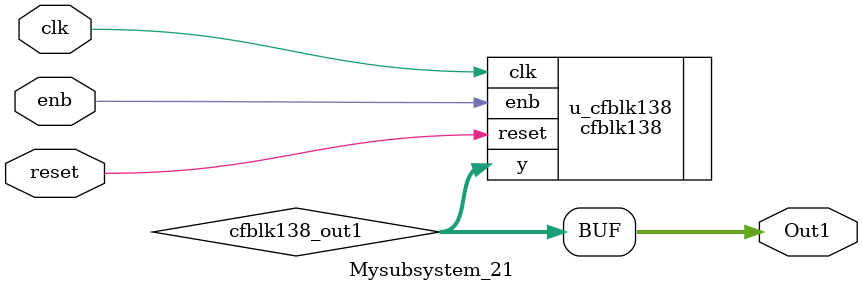
<source format=v>



`timescale 1 ns / 1 ns

module Mysubsystem_21
          (clk,
           reset,
           enb,
           Out1);


  input   clk;
  input   reset;
  input   enb;
  output  [7:0] Out1;  // uint8


  wire [7:0] cfblk138_out1;  // uint8


  cfblk138 u_cfblk138 (.clk(clk),
                       .reset(reset),
                       .enb(enb),
                       .y(cfblk138_out1)  // uint8
                       );

  assign Out1 = cfblk138_out1;

endmodule  // Mysubsystem_21


</source>
